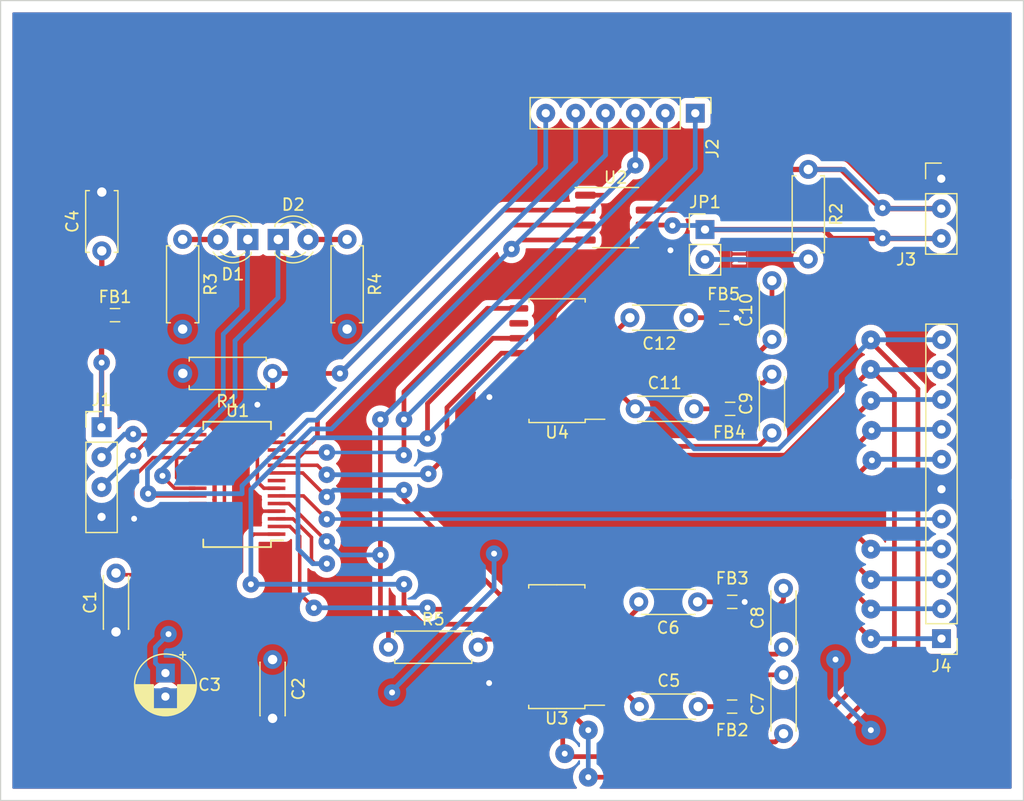
<source format=kicad_pcb>
(kicad_pcb (version 20221018) (generator pcbnew)
  (layers (0 "F.Cu" signal) (31 "B.Cu" signal) (34 "B.Paste" user) (35 "F.Paste" user) (36 "B.SilkS" user "B.Silkscreen") (37 "F.SilkS" user "F.Silkscreen") (38 "B.Mask" user) (39 "F.Mask" user) (44 "Edge.Cuts" user))
  (net 0 "")
  (net 1 "GND")
  (net 2 "Net-(U1-3V3OUT)")
  (net 3 "VCC")
  (net 4 "Net-(U3-C1+)")
  (net 5 "Net-(U3-C1-)")
  (net 6 "Net-(U3-C2+)")
  (net 7 "Net-(U3-C2-)")
  (net 8 "Net-(U4-C1+)")
  (net 9 "Net-(U4-C1-)")
  (net 10 "Net-(U4-C2+)")
  (net 11 "Net-(U4-C2-)")
  (net 12 "/U1-CBUS0")
  (net 13 "Net-(D1-A)")
  (net 14 "/U1-CBUS1")
  (net 15 "Net-(D2-A)")
  (net 16 "/U1_USB+")
  (net 17 "/U1_USB-")
  (net 18 "/U2_A")
  (net 19 "Net-(JP1-B)")
  (net 20 "/U1-CBUS3")
  (net 21 "/U2_B")
  (net 22 "/U1_TXD")
  (net 23 "/U1_DTR")
  (net 24 "/U1_RTS")
  (net 25 "/U1_RXD")
  (net 26 "/U1_RI")
  (net 27 "/U1_DSR")
  (net 28 "/U1_DCD")
  (net 29 "/U1_CTS")
  (net 30 "/U1-CBUS4")
  (net 31 "/U1-CBUS2")
  (net 32 "/U1_RESET")
  (net 33 "/U1_OSCI")
  (net 34 "/U1_OSCO")
  (net 35 "/U3_T2Out")
  (net 36 "/U3_R2In")
  (net 37 "/U3_R1In")
  (net 38 "/U3_T1Out")
  (net 39 "/U4_T2Out")
  (net 40 "/U4_R2In")
  (net 41 "/U4_R1In")
  (net 42 "/U4_T1Out")
  (net 43 "/U4_T2IN")
  (net 44 "+5V")
  (net 45 "/V+")
  (net 46 "/V-")
  (net 47 "Net-(C5-Pad2)")
  (net 48 "Net-(C6-Pad1)")
  (net 49 "Net-(C11-Pad2)")
  (net 50 "Net-(C12-Pad1)")
  (net 51 "Net-(U3-R1OUT)")
  (footprint "Inductor_SMD:L_0805_2012Metric" (layer "F.Cu") (at 122.239882 106.388772 180)
    (fp_text reference "FB2")
    (fp_text value "FerriteBead" hide)
  )
  (footprint "Capacitor_THT:C_Disc_D4.3mm_W1.9mm_P5.00mm" (layer "F.Cu") (at 125.626159 83.138772 90)
    (fp_text reference "C9")
    (fp_text value "1uF")
  )
  (footprint "Connector_PinHeader_2.54mm:PinHeader_1x02_P2.54mm_Vertical" (layer "F.Cu") (at 119.938889 65.846135)
    (fp_text reference "JP1")
    (fp_text value "LINK")
  )
  (footprint "Package_SO:SSOP-28_5.3x10.2mm_P0.65mm" (layer "F.Cu") (at 80.200125 87.506099 180)
    (fp_text reference "U1")
    (fp_text value "FT232RL")
  )
  (footprint "Package_SO:SOIC-16_4.55x10.3mm_P1.27mm" (layer "F.Cu") (at 107.352382 101.293772 180)
    (fp_text reference "U3")
    (fp_text value "MAX232")
  )
  (footprint "Inductor_SMD:L_0805_2012Metric" (layer "F.Cu") (at 122.248904 97.488772 180)
    (fp_text reference "FB3")
    (fp_text value "FerriteBead" hide)
  )
  (footprint "Resistor_THT:R_Axial_DIN0207_L6.3mm_D2.5mm_P7.62mm_Horizontal" (layer "F.Cu") (at 83.211404 78.074099 180)
    (fp_text reference "R1")
    (fp_text value "10K")
  )
  (footprint "Capacitor_THT:CP_Radial_D5.0mm_P2.00mm" (layer "F.Cu") (at 74.111404 103.538772 -90)
    (fp_text reference "C3")
    (fp_text value "4.7uF")
  )
  (footprint "Resistor_THT:R_Axial_DIN0207_L6.3mm_D2.5mm_P7.62mm_Horizontal" (layer "F.Cu") (at 93.051404 101.338772)
    (fp_text reference "R5")
    (fp_text value "10K")
  )
  (footprint "Connector_PinHeader_2.54mm:PinHeader_1x03_P2.54mm_Vertical" (layer "F.Cu") (at 140.004889 61.528135)
    (fp_text reference "J3")
    (fp_text value "R485")
  )
  (footprint "Package_SO:SO-8_3.9x4.9mm_P1.27mm" (layer "F.Cu") (at 112.353889 64.830135)
    (fp_text reference "U2")
    (fp_text value "MAX485E")
  )
  (footprint "Package_SO:SOIC-16_4.55x10.3mm_P1.27mm" (layer "F.Cu") (at 107.376159 76.990033 180)
    (fp_text reference "U4")
    (fp_text value "MAX232")
  )
  (footprint "Capacitor_THT:C_Disc_D4.3mm_W1.9mm_P5.00mm" (layer "F.Cu") (at 126.602382 101.338772 90)
    (fp_text reference "C8")
    (fp_text value "1uF")
  )
  (footprint "Capacitor_THT:C_Disc_D4.3mm_W1.9mm_P5.00mm" (layer "F.Cu") (at 69.911404 100.038772 90)
    (fp_text reference "C1")
    (fp_text value "100nF")
  )
  (footprint "Resistor_THT:R_Axial_DIN0207_L6.3mm_D2.5mm_P7.62mm_Horizontal" (layer "F.Cu") (at 75.574204 66.688772 -90)
    (fp_text reference "R3")
    (fp_text value "270R")
  )
  (footprint "Capacitor_THT:C_Disc_D4.3mm_W1.9mm_P5.00mm" (layer "F.Cu") (at 125.626159 75.188772 90)
    (fp_text reference "C10")
    (fp_text value "1uF")
  )
  (footprint "Inductor_SMD:L_0805_2012Metric" (layer "F.Cu") (at 121.580904 73.338772 180)
    (fp_text reference "FB5")
    (fp_text value "FerriteBead" hide)
  )
  (footprint "Capacitor_THT:C_Disc_D4.3mm_W1.9mm_P5.00mm" (layer "F.Cu") (at 118.561404 73.338772 180)
    (fp_text reference "C12")
    (fp_text value "1uF")
  )
  (footprint "Capacitor_THT:C_Disc_D4.3mm_W1.9mm_P5.00mm" (layer "F.Cu") (at 126.611404 108.688772 90)
    (fp_text reference "C7")
    (fp_text value "1uF")
  )
  (footprint "Connector_PinHeader_2.54mm:PinHeader_1x04_P2.54mm_Vertical" (layer "F.Cu") (at 68.687125 82.646099)
    (fp_text reference "J1")
    (fp_text value "USB")
  )
  (footprint "Resistor_THT:R_Axial_DIN0207_L6.3mm_D2.5mm_P7.62mm_Horizontal" (layer "F.Cu") (at 128.711404 60.738772 -90)
    (fp_text reference "R2")
    (fp_text value "120R")
  )
  (footprint "Capacitor_THT:C_Disc_D5.0mm_W2.5mm_P5.00mm" (layer "F.Cu") (at 68.707125 67.660099 90)
    (fp_text reference "C4")
    (fp_text value "10nF")
  )
  (footprint "Capacitor_THT:C_Disc_D4.3mm_W1.9mm_P5.00mm" (layer "F.Cu") (at 83.211404 102.388772 -90)
    (fp_text reference "C2")
    (fp_text value "100nF")
  )
  (footprint "Capacitor_THT:C_Disc_D4.3mm_W1.9mm_P5.00mm" (layer "F.Cu") (at 114.011404 81.085033)
    (fp_text reference "C11")
    (fp_text value "1uF")
  )
  (footprint "Resistor_THT:R_Axial_DIN0207_L6.3mm_D2.5mm_P7.62mm_Horizontal" (layer "F.Cu") (at 89.544204 66.688772 -90)
    (fp_text reference "R4")
    (fp_text value "270R")
  )
  (footprint "Inductor_SMD:L_0805_2012Metric" (layer "F.Cu") (at 69.830125 73.121099)
    (fp_text reference "FB1")
    (fp_text value "FerriteBead")
  )
  (footprint "Connector_PinHeader_2.54mm:PinHeader_1x11_P2.54mm_Vertical" (layer "F.Cu") (at 140.024452 100.612891 180)
    (fp_text reference "J4")
    (fp_text value "RS232")
  )
  (footprint "LED_THT:LED_D3.0mm" (layer "F.Cu") (at 83.697204 66.688772)
    (fp_text reference "D2")
    (fp_text value "RXLED")
  )
  (footprint "Capacitor_THT:C_Disc_D4.3mm_W1.9mm_P5.00mm" (layer "F.Cu") (at 119.311404 97.488772 180)
    (fp_text reference "C6")
    (fp_text value "1uF")
  )
  (footprint "Connector_PinHeader_2.54mm:PinHeader_1x06_P2.54mm_Vertical" (layer "F.Cu") (at 119.112853 55.960298 -90)
    (fp_text reference "J2")
    (fp_text value "UART interface")
  )
  (footprint "LED_THT:LED_D3.0mm" (layer "F.Cu") (at 81.111404 66.688772 180)
    (fp_text reference "D1")
    (fp_text value "TXLED")
  )
  (footprint "Inductor_SMD:L_0805_2012Metric" (layer "F.Cu") (at 122.073904 81.085033 180)
    (fp_text reference "FB4")
    (fp_text value "FerriteBead" hide)
  )
  (footprint "Capacitor_THT:C_Disc_D4.3mm_W1.9mm_P5.00mm" (layer "F.Cu") (at 114.361404 106.388772)
    (fp_text reference "C5")
    (fp_text value "1uF")
  )
  (gr_rect (start 60.111404 46.388772) (end 146.982865 114.369182) (stroke (width 0.1)) (fill none) (layer "Edge.Cuts"))
  (gr_text "CBUS3" (at 107.149603 54.282993 90) (layer "F.Cu" knockout) (effects (font (size 1.2 1.2) (thickness 0.1875)) (justify left bottom)))
  (gr_text "V-" (at 141.986196 78.371183) (layer "F.Cu" knockout) (effects (font (size 1.2 1.2) (thickness 0.1875)) (justify left bottom)))
  (gr_text "RXD" (at 142.012074 93.866636) (layer "F.Cu" knockout) (effects (font (size 1.2 1.2) (thickness 0.1875)) (justify left bottom)))
  (gr_text "USB+" (at 61.649903 85.934601) (layer "F.Cu" knockout) (effects (font (size 1.2 1.2) (thickness 0.1875)) (justify left bottom)))
  (gr_text "CTS" (at 117.291151 54.282993 90) (layer "F.Cu" knockout) (effects (font (size 1.2 1.2) (thickness 0.1875)) (justify left bottom)))
  (gr_text "GND" (at 142.033285 88.669782) (layer "F.Cu" knockout) (effects (font (size 1.2 1.2) (thickness 0.1875)) (justify left bottom)))
  (gr_text "V+" (at 141.978831 75.984872) (layer "F.Cu" knockout) (effects (font (size 1.2 1.2) (thickness 0.1875)) (justify left bottom)))
  (gr_text "GND" (at 63.015484 91.104777) (layer "F.Cu" knockout) (effects (font (size 1.2 1.2) (thickness 0.1875)) (justify left bottom)))
  (gr_text "DTR" (at 142.011109 98.887331) (layer "F.Cu" knockout) (effects (font (size 1.2 1.2) (thickness 0.1875)) (justify left bottom)))
  (gr_text "TXD" (at 112.291151 54.282993 90) (layer "F.Cu" knockout) (effects (font (size 1.2 1.2) (thickness 0.1875)) (justify left bottom)))
  (gr_text "A" (at 141.670485 67.373297) (layer "F.Cu" knockout) (effects (font (size 1.2 1.2) (thickness 0.1875)) (justify left bottom)))
  (gr_text "DSR" (at 142.026381 101.422547) (layer "F.Cu" knockout) (effects (font (size 1.2 1.2) (thickness 0.1875)) (justify left bottom)))
  (gr_text "B" (at 141.670485 64.746447) (layer "F.Cu" knockout) (effects (font (size 1.2 1.2) (thickness 0.1875)) (justify left bottom)))
  (gr_text "USB-" (at 61.657939 88.442715) (layer "F.Cu" knockout) (effects (font (size 1.2 1.2) (thickness 0.1875)) (justify left bottom)))
  (gr_text "RTS" (at 142.001468 86.028932) (layer "F.Cu" knockout) (effects (font (size 1.2 1.2) (thickness 0.1875)) (justify left bottom)))
  (gr_text "DCD" (at 141.906015 83.557775) (layer "F.Cu" knockout) (effects (font (size 1.2 1.2) (thickness 0.1875)) (justify left bottom)))
  (gr_text "RI" (at 141.980256 91.21518) (layer "F.Cu" knockout) (effects (font (size 1.2 1.2) (thickness 0.1875)) (justify left bottom)))
  (gr_text "CTS" (at 141.980256 80.938137) (layer "F.Cu" knockout) (effects (font (size 1.2 1.2) (thickness 0.1875)) (justify left bottom)))
  (gr_text "RTS" (at 119.940227 54.282993 90) (layer "F.Cu" knockout) (effects (font (size 1.2 1.2) (thickness 0.1875)) (justify left bottom)))
  (gr_text "RXD" (at 114.754754 54.282993 90) (layer "F.Cu" knockout) (effects (font (size 1.2 1.2) (thickness 0.1875)) (justify left bottom)))
  (gr_text "+5v" (at 63.073012 83.438647) (layer "F.Cu" knockout) (effects (font (size 1.2 1.2) (thickness 0.1875)) (justify left bottom)))
  (gr_text "LINK" (at 123.474402 70.376038 90) (layer "F.Cu" knockout) (effects (font (size 1 1) (thickness 0.1875)) (justify left bottom)))
  (gr_text "TXD" (at 141.980256 96.327188) (layer "F.Cu" knockout) (effects (font (size 1.2 1.2) (thickness 0.1875)) (justify left bottom)))
  (gr_text "CBUS0" (at 109.745909 54.282993 90) (layer "F.Cu" knockout) (effects (font (size 1.2 1.2) (thickness 0.1875)) (justify left bottom)))
  (gr_text "GND" (at 141.670485 62.318137) (layer "F.Cu" knockout) (effects (font (size 1.2 1.2) (thickness 0.1875)) (justify left bottom)))
  (segment (start 71.337325 86.950385) (end 71.337325 90.306612) (width 0.3) (layer "F.Cu") (net 1))
  (segment (start 68.687125 89.635288) (end 68.687125 90.266099) (width 0.3) (layer "F.Cu") (net 1))
  (segment (start 75.303252 87.181099) (end 75.061825 86.939672) (width 0.3) (layer "F.Cu") (net 1))
  (segment (start 73.056611 85.231099) (end 74.986325 85.231099) (width 0.3) (layer "F.Cu") (net 1))
  (segment (start 104.126159 80.165033) (end 101.706159 80.165033) (width 0.4) (layer "F.Cu") (net 1))
  (segment (start 73.970325 90.431099) (end 68.852125 90.431099) (width 0.3) (layer "F.Cu") (net 1))
  (segment (start 76.600125 89.781099) (end 74.620325 89.781099) (width 0.3) (layer "F.Cu") (net 1))
  (segment (start 76.600125 87.181099) (end 75.303252 87.181099) (width 0.3) (layer "F.Cu") (net 1))
  (segment (start 83.800125 87.831099) (end 82.475125 87.831099) (width 0.3) (layer "F.Cu") (net 1))
  (segment (start 68.687125 89.885099) (end 68.687125 90.266099) (width 0.45) (layer "F.Cu") (net 1))
  (segment (start 116.131889 66.735135) (end 117.004889 67.608135) (width 0.4) (layer "F.Cu") (net 1))
  (segment (start 101.706159 80.165033) (end 101.626159 80.085033) (width 0.4) (layer "F.Cu") (net 1))
  (segment (start 68.852125 90.431099) (end 68.687125 90.266099) (width 0.45) (layer "F.Cu") (net 1))
  (segment (start 75.061825 85.306599) (end 74.986325 85.231099) (width 0.3) (layer "F.Cu") (net 1))
  (segment (start 81.920525 87.276499) (end 81.920525 80.715699) (width 0.3) (layer "F.Cu") (net 1))
  (segment (start 104.102382 104.468772) (end 101.682382 104.468772) (width 0.4) (layer "F.Cu") (net 1))
  (segment (start 75.061825 86.939672) (end 75.061825 85.306599) (width 0.3) (layer "F.Cu") (net 1))
  (segment (start 76.600125 90.431099) (end 73.970325 90.431099) (width 0.3) (layer "F.Cu") (net 1))
  (segment (start 114.928889 66.735135) (end 116.131889 66.735135) (width 0.4) (layer "F.Cu") (net 1))
  (segment (start 82.475125 87.831099) (end 81.920525 87.276499) (width 0.3) (layer "F.Cu") (net 1))
  (segment (start 74.620325 89.781099) (end 73.970325 90.431099) (width 0.3) (layer "F.Cu") (net 1))
  (segment (start 71.337325 86.950385) (end 73.056611 85.231099) (width 0.3) (layer "F.Cu") (net 1))
  (segment (start 101.682382 104.468772) (end 101.602382 104.388772) (width 0.4) (layer "F.Cu") (net 1))
  (segment (start 71.337325 90.306612) (end 71.451466 90.420753) (width 0.3) (layer "F.Cu") (net 1))
  (segment (start 76.600125 85.231099) (end 74.986325 85.231099) (width 0.3) (layer "F.Cu") (net 1))
  (via (at 71.451466 90.420753) (size 1.4) (drill 0.5) (layers "F.Cu" "B.Cu") (net 1))
  (via (at 81.920525 80.732196) (size 1.4) (drill 0.5) (layers "F.Cu" "B.Cu") (net 1))
  (via (at 123.308279 97.493907) (size 1.6) (drill 0.5) (layers "F.Cu" "B.Cu") (net 1))
  (via (at 122.606735 73.358349) (size 1.4) (drill 0.5) (layers "F.Cu" "B.Cu") (net 1))
  (via (at 101.626159 80.085033) (size 1.4) (drill 0.5) (layers "F.Cu" "B.Cu") (net 1))
  (via (at 101.602382 104.388772) (size 1.6) (drill 0.5) (layers "F.Cu" "B.Cu") (net 1))
  (via (at 117.004889 67.608135) (size 1.4) (drill 0.5) (layers "F.Cu" "B.Cu") (net 1))
  (segment (start 71.451466 90.420753) (end 68.841779 90.420753) (width 0.4) (layer "B.Cu") (net 1))
  (segment (start 68.841779 90.420753) (end 68.687125 90.266099) (width 0.4) (layer "B.Cu") (net 1))
  (segment (start 78.201325 95.182899) (end 79.120925 94.263299) (width 0.3) (layer "F.Cu") (net 2))
  (segment (start 69.911404 95.038772) (end 70.055531 95.182899) (width 0.3) (layer "F.Cu") (net 2))
  (segment (start 70.055531 95.182899) (end 78.201325 95.182899) (width 0.3) (layer "F.Cu") (net 2))
  (segment (start 79.120925 94.263299) (end 79.120925 84.581099) (width 0.3) (layer "F.Cu") (net 2))
  (segment (start 79.120925 84.581099) (end 76.850125 84.581099) (width 0.3) (layer "F.Cu") (net 2))
  (segment (start 83.800125 89.781099) (end 81.361725 89.781099) (width 0.3) (layer "F.Cu") (net 3))
  (segment (start 76.600125 86.531099) (end 78.070925 86.531099) (width 0.3) (layer "F.Cu") (net 3))
  (via (at 74.373501 100.229307) (size 1.4) (drill 0.5) (layers "F.Cu" "B.Cu") (net 3))
  (via (at 93.361404 105.188772) (size 1.4) (drill 0.5) (layers "F.Cu" "B.Cu") (net 3))
  (via (at 131.024452 102.388772) (size 1.6) (drill 0.5) (layers "F.Cu" "B.Cu") (net 3))
  (via (at 134.024452 108.388772) (size 1.6) (drill 0.5) (layers "F.Cu" "B.Cu") (net 3))
  (via (at 102.024452 93.388772) (size 1.4) (drill 0.5) (layers "F.Cu" "B.Cu") (net 3))
  (segment (start 73.264036 102.691404) (end 74.111404 103.538772) (width 0.4) (layer "B.Cu") (net 3))
  (segment (start 102.024452 96.388772) (end 102.024452 93.388772) (width 0.4) (layer "B.Cu") (net 3))
  (segment (start 93.361404 105.05182) (end 102.024452 96.388772) (width 0.4) (layer "B.Cu") (net 3))
  (segment (start 74.373501 100.229307) (end 73.264036 101.338772) (width 0.4) (layer "B.Cu") (net 3))
  (segment (start 93.361404 105.188772) (end 93.361404 105.05182) (width 0.4) (layer "B.Cu") (net 3))
  (segment (start 131.024452 105.388772) (end 134.024452 108.388772) (width 0.4) (layer "B.Cu") (net 3))
  (segment (start 73.264036 101.338772) (end 73.264036 102.691404) (width 0.4) (layer "B.Cu") (net 3))
  (segment (start 131.024452 102.388772) (end 131.024452 105.388772) (width 0.4) (layer "B.Cu") (net 3))
  (segment (start 125.911404 109.388772) (end 126.611404 108.688772) (width 0.4) (layer "F.Cu") (net 4))
  (segment (start 110.602382 105.738772) (end 114.252382 109.388772) (width 0.4) (layer "F.Cu") (net 4))
  (segment (start 114.252382 109.388772) (end 125.911404 109.388772) (width 0.4) (layer "F.Cu") (net 4))
  (segment (start 110.602382 103.198772) (end 124.271404 103.198772) (width 0.4) (layer "F.Cu") (net 5))
  (segment (start 124.271404 103.198772) (end 124.761404 103.688772) (width 0.4) (layer "F.Cu") (net 5))
  (segment (start 124.761404 103.688772) (end 126.611404 103.688772) (width 0.4) (layer "F.Cu") (net 5))
  (segment (start 110.682382 103.118772) (end 110.602382 103.198772) (width 0.4) (layer "F.Cu") (net 5))
  (segment (start 126.012382 101.928772) (end 126.602382 101.338772) (width 0.4) (layer "F.Cu") (net 6))
  (segment (start 110.602382 101.928772) (end 126.012382 101.928772) (width 0.4) (layer "F.Cu") (net 6))
  (segment (start 110.602382 100.658772) (end 123.332382 100.658772) (width 0.4) (layer "F.Cu") (net 7))
  (segment (start 123.332382 100.658772) (end 126.602382 97.388772) (width 0.4) (layer "F.Cu") (net 7))
  (segment (start 126.602382 97.388772) (end 126.602382 96.338772) (width 0.4) (layer "F.Cu") (net 7))
  (segment (start 112.126159 81.435033) (end 114.966081 84.274955) (width 0.4) (layer "F.Cu") (net 8))
  (segment (start 110.626159 81.435033) (end 112.126159 81.435033) (width 0.4) (layer "F.Cu") (net 8))
  (segment (start 124.489976 84.274955) (end 125.626159 83.138772) (width 0.4) (layer "F.Cu") (net 8))
  (segment (start 114.966081 84.274955) (end 124.489976 84.274955) (width 0.4) (layer "F.Cu") (net 8))
  (segment (start 125.626159 78.138772) (end 124.869898 78.895033) (width 0.4) (layer "F.Cu") (net 9))
  (segment (start 124.869898 78.895033) (end 110.626159 78.895033) (width 0.4) (layer "F.Cu") (net 9))
  (segment (start 123.189898 77.625033) (end 110.626159 77.625033) (width 0.4) (layer "F.Cu") (net 10))
  (segment (start 125.626159 75.188772) (end 123.189898 77.625033) (width 0.4) (layer "F.Cu") (net 10))
  (segment (start 121.377818 76.355033) (end 110.626159 76.355033) (width 0.4) (layer "F.Cu") (net 11))
  (segment (start 125.626159 70.188772) (end 125.626159 72.106692) (width 0.4) (layer "F.Cu") (net 11))
  (segment (start 125.626159 72.106692) (end 121.377818 76.355033) (width 0.4) (layer "F.Cu") (net 11))
  (segment (start 72.859133 88.481099) (end 76.850125 88.481099) (width 0.3) (layer "F.Cu") (net 12))
  (segment (start 72.670925 88.292891) (end 72.859133 88.481099) (width 0.3) (layer "F.Cu") (net 12))
  (segment (start 72.649043 88.292891) (end 72.670925 88.292891) (width 0.45) (layer "F.Cu") (net 12))
  (via (at 72.649043 88.292891) (size 1.4) (drill 0.5) (layers "F.Cu" "B.Cu") (net 12))
  (segment (start 80.620925 87.621571) (end 80.620925 88.292891) (width 0.4) (layer "B.Cu") (net 12))
  (segment (start 86.199605 82.042891) (end 80.620925 87.621571) (width 0.4) (layer "B.Cu") (net 12))
  (segment (start 79.024452 74.739364) (end 81.082325 72.681491) (width 0.4) (layer "B.Cu") (net 12))
  (segment (start 72.649043 88.292891) (end 72.586825 88.230673) (width 0.4) (layer "B.Cu") (net 12))
  (segment (start 80.620925 88.292891) (end 72.649043 88.292891) (width 0.4) (layer "B.Cu") (net 12))
  (segment (start 72.586825 88.230673) (end 72.586825 86.248176) (width 0.4) (layer "B.Cu") (net 12))
  (segment (start 108.952853 60.052709) (end 86.962671 82.042891) (width 0.4) (layer "B.Cu") (net 12))
  (segment (start 108.952853 55.960298) (end 108.952853 60.052709) (width 0.4) (layer "B.Cu") (net 12))
  (segment (start 86.962671 82.042891) (end 86.199605 82.042891) (width 0.4) (layer "B.Cu") (net 12))
  (segment (start 81.082325 66.717851) (end 81.111404 66.688772) (width 0.4) (layer "B.Cu") (net 12))
  (segment (start 79.024452 79.810549) (end 79.024452 74.739364) (width 0.4) (layer "B.Cu") (net 12))
  (segment (start 72.586825 86.248176) (end 79.024452 79.810549) (width 0.4) (layer "B.Cu") (net 12))
  (segment (start 81.082325 72.681491) (end 81.082325 66.717851) (width 0.4) (layer "B.Cu") (net 12))
  (segment (start 75.574204 66.688772) (end 78.571404 66.688772) (width 0.45) (layer "F.Cu") (net 13))
  (segment (start 74.883125 87.831099) (end 76.600125 87.831099) (width 0.3) (layer "F.Cu") (net 14))
  (segment (start 73.861825 86.776299) (end 73.861825 86.809799) (width 0.45) (layer "F.Cu") (net 14))
  (segment (start 73.861825 86.809799) (end 74.883125 87.831099) (width 0.3) (layer "F.Cu") (net 14))
  (via (at 73.861825 86.776299) (size 1.4) (drill 0.5) (layers "F.Cu" "B.Cu") (net 14))
  (segment (start 83.668125 71.645395) (end 83.668125 66.717851) (width 0.4) (layer "B.Cu") (net 14))
  (segment (start 73.861825 86.776299) (end 73.861825 86.201991) (width 0.4) (layer "B.Cu") (net 14))
  (segment (start 80.024452 75.289068) (end 83.668125 71.645395) (width 0.4) (layer "B.Cu") (net 14))
  (segment (start 83.668125 66.717851) (end 83.697204 66.688772) (width 0.4) (layer "B.Cu") (net 14))
  (segment (start 73.861825 86.201991) (end 80.024452 80.039364) (width 0.4) (layer "B.Cu") (net 14))
  (segment (start 80.024452 80.039364) (end 80.024452 75.289068) (width 0.4) (layer "B.Cu") (net 14))
  (segment (start 89.544204 66.688772) (end 86.237204 66.688772) (width 0.45) (layer "F.Cu") (net 15))
  (segment (start 70.592125 83.281099) (end 68.687125 85.186099) (width 0.3) (layer "F.Cu") (net 16))
  (segment (start 76.600125 83.281099) (end 70.592125 83.281099) (width 0.3) (layer "F.Cu") (net 16))
  (segment (start 69.093525 85.186099) (end 68.687125 85.186099) (width 0.45) (layer "F.Cu") (net 16))
  (via (at 71.373501 83.229307) (size 1.4) (drill 0.5) (layers "F.Cu" "B.Cu") (net 16))
  (segment (start 71.373501 83.229307) (end 70.643917 83.229307) (width 0.4) (layer "B.Cu") (net 16))
  (segment (start 70.643917 83.229307) (end 68.687125 85.186099) (width 0.4) (layer "B.Cu") (net 16))
  (segment (start 68.687125 87.675299) (end 68.687125 87.726099) (width 0.45) (layer "F.Cu") (net 17))
  (segment (start 72.431325 83.931099) (end 68.687125 87.675299) (width 0.3) (layer "F.Cu") (net 17))
  (segment (start 76.600125 83.931099) (end 72.431325 83.931099) (width 0.3) (layer "F.Cu") (net 17))
  (via (at 71.36666 85.051445) (size 1.4) (drill 0.5) (layers "F.Cu" "B.Cu") (net 17))
  (segment (start 71.36666 85.051445) (end 71.361779 85.051445) (width 0.4) (layer "B.Cu") (net 17))
  (segment (start 71.361779 85.051445) (end 68.687125 87.726099) (width 0.4) (layer "B.Cu") (net 17))
  (segment (start 114.928889 65.465135) (end 117.139689 65.465135) (width 0.4) (layer "F.Cu") (net 18))
  (segment (start 129.997289 65.846135) (end 119.938889 65.846135) (width 0.45) (layer "F.Cu") (net 18))
  (segment (start 130.759289 66.608135) (end 129.997289 65.846135) (width 0.45) (layer "F.Cu") (net 18))
  (segment (start 117.139689 65.465135) (end 117.176859 65.502305) (width 0.4) (layer "F.Cu") (net 18))
  (segment (start 139.446089 66.608135) (end 130.759289 66.608135) (width 0.45) (layer "F.Cu") (net 18))
  (via (at 135.021146 66.573578) (size 1.4) (drill 0.5) (layers "F.Cu" "B.Cu") (net 18))
  (via (at 117.176859 65.502305) (size 1.4) (drill 0.5) (layers "F.Cu" "B.Cu") (net 18))
  (segment (start 117.176859 65.502305) (end 119.595059 65.502305) (width 0.4) (layer "B.Cu") (net 18))
  (segment (start 119.938889 65.846135) (end 134.293703 65.846135) (width 0.4) (layer "B.Cu") (net 18))
  (segment (start 119.595059 65.502305) (end 119.938889 65.846135) (width 0.4) (layer "B.Cu") (net 18))
  (segment (start 135.055703 66.608135) (end 140.004889 66.608135) (width 0.4) (layer "B.Cu") (net 18))
  (segment (start 134.293703 65.846135) (end 135.021146 66.573578) (width 0.4) (layer "B.Cu") (net 18))
  (segment (start 135.021146 66.573578) (end 135.055703 66.608135) (width 0.4) (layer "B.Cu") (net 18))
  (segment (start 128.684041 68.386135) (end 128.711404 68.358772) (width 0.4) (layer "B.Cu") (net 19))
  (segment (start 119.938889 68.386135) (end 128.684041 68.386135) (width 0.4) (layer "B.Cu") (net 19))
  (segment (start 88.931463 78.074099) (end 83.211404 78.074099) (width 0.4) (layer "F.Cu") (net 20))
  (segment (start 83.550125 79.729099) (end 83.550125 83.281099) (width 0.3) (layer "F.Cu") (net 20))
  (segment (start 83.211404 79.390378) (end 83.550125 79.729099) (width 0.4) (layer "F.Cu") (net 20))
  (segment (start 88.931463 78.074099) (end 102.810427 64.195135) (width 0.4) (layer "F.Cu") (net 20))
  (segment (start 83.211404 78.074099) (end 83.211404 79.390378) (width 0.4) (layer "F.Cu") (net 20))
  (segment (start 102.810427 64.195135) (end 109.778889 64.195135) (width 0.4) (layer "F.Cu") (net 20))
  (via (at 88.931463 78.074099) (size 1.4) (drill 0.5) (layers "F.Cu" "B.Cu") (net 20))
  (segment (start 106.412853 60.592709) (end 106.412853 55.960298) (width 0.4) (layer "B.Cu") (net 20))
  (segment (start 88.931463 78.074099) (end 106.412853 60.592709) (width 0.4) (layer "B.Cu") (net 20))
  (segment (start 131.511404 60.738772) (end 134.840767 64.068135) (width 0.45) (layer "F.Cu") (net 21))
  (segment (start 124.030252 60.738772) (end 131.511404 60.738772) (width 0.45) (layer "F.Cu") (net 21))
  (segment (start 120.578097 64.190927) (end 124.030252 60.738772) (width 0.45) (layer "F.Cu") (net 21))
  (segment (start 114.933097 64.190927) (end 120.578097 64.190927) (width 0.45) (layer "F.Cu") (net 21))
  (segment (start 134.840767 64.068135) (end 139.446089 64.068135) (width 0.45) (layer "F.Cu") (net 21))
  (segment (start 114.928889 64.195135) (end 114.933097 64.190927) (width 0.45) (layer "F.Cu") (net 21))
  (via (at 135.017314 64.004551) (size 1.4) (drill 0.5) (layers "F.Cu" "B.Cu") (net 21))
  (segment (start 135.080898 64.068135) (end 140.004889 64.068135) (width 0.4) (layer "B.Cu") (net 21))
  (segment (start 135.017314 64.004551) (end 131.751535 60.738772) (width 0.4) (layer "B.Cu") (net 21))
  (segment (start 135.017314 64.004551) (end 135.080898 64.068135) (width 0.4) (layer "B.Cu") (net 21))
  (segment (start 131.751535 60.738772) (end 128.711404 60.738772) (width 0.4) (layer "B.Cu") (net 21))
  (segment (start 81.370925 95.992891) (end 81.370925 91.992891) (width 0.3) (layer "F.Cu") (net 22))
  (segment (start 94.370925 97.760658) (end 94.370925 95.992891) (width 0.4) (layer "F.Cu") (net 22))
  (segment (start 95.999039 99.388772) (end 94.370925 97.760658) (width 0.4) (layer "F.Cu") (net 22))
  (segment (start 103.504645 67.500917) (end 104.270427 66.735135) (width 0.4) (layer "F.Cu") (net 22))
  (segment (start 81.632717 91.731099) (end 83.800125 91.731099) (width 0.3) (layer "F.Cu") (net 22))
  (segment (start 104.102382 99.388772) (end 95.999039 99.388772) (width 0.4) (layer "F.Cu") (net 22))
  (segment (start 81.370925 91.992891) (end 81.632717 91.731099) (width 0.3) (layer "F.Cu") (net 22))
  (segment (start 104.270427 66.735135) (end 109.778889 66.735135) (width 0.4) (layer "F.Cu") (net 22))
  (via (at 81.370925 95.992891) (size 1.4) (drill 0.5) (layers "F.Cu" "B.Cu") (net 22))
  (via (at 103.504645 67.500917) (size 1.4) (drill 0.5) (layers "F.Cu" "B.Cu") (net 22))
  (via (at 94.370925 95.992891) (size 1.4) (drill 0.5) (layers "F.Cu" "B.Cu") (net 22))
  (segment (start 103.504645 67.500917) (end 111.492853 59.512709) (width 0.4) (layer "B.Cu") (net 22))
  (segment (start 111.492853 59.512709) (end 111.492853 55.960298) (width 0.4) (layer "B.Cu") (net 22))
  (segment (start 88.212671 82.792891) (end 86.510265 82.792891) (width 0.4) (layer "B.Cu") (net 22))
  (segment (start 94.370925 95.992891) (end 81.370925 95.992891) (width 0.4) (layer "B.Cu") (net 22))
  (segment (start 103.504645 67.500917) (end 88.212671 82.792891) (width 0.4) (layer "B.Cu") (net 22))
  (segment (start 86.510265 82.792891) (end 81.370925 87.932231) (width 0.4) (layer "B.Cu") (net 22))
  (segment (start 81.370925 87.932231) (end 81.370925 95.992891) (width 0.4) (layer "B.Cu") (net 22))
  (segment (start 86.721125 97.992891) (end 85.515125 96.786891) (width 0.3) (layer "F.Cu") (net 23))
  (segment (start 96.496806 98.118772) (end 96.370925 97.992891) (width 0.4) (layer "F.Cu") (net 23))
  (segment (start 85.515125 91.921098) (end 84.675126 91.081099) (width 0.3) (layer "F.Cu") (net 23))
  (segment (start 85.515125 96.786891) (end 85.515125 91.921098) (width 0.3) (layer "F.Cu") (net 23))
  (segment (start 104.102382 98.118772) (end 96.496806 98.118772) (width 0.4) (layer "F.Cu") (net 23))
  (segment (start 84.675126 91.081099) (end 83.800125 91.081099) (width 0.3) (layer "F.Cu") (net 23))
  (via (at 96.370925 97.992891) (size 1.4) (drill 0.5) (layers "F.Cu" "B.Cu") (net 23))
  (via (at 86.721125 97.992891) (size 1.4) (drill 0.5) (layers "F.Cu" "B.Cu") (net 23))
  (segment (start 96.370925 97.992891) (end 86.721125 97.992891) (width 0.4) (layer "B.Cu") (net 23))
  (segment (start 84.944364 90.431099) (end 83.550125 90.431099) (width 0.3) (layer "F.Cu") (net 24))
  (segment (start 86.515125 93.937091) (end 86.515125 92.00186) (width 0.3) (layer "F.Cu") (net 24))
  (segment (start 87.870925 94.242891) (end 86.820925 94.242891) (width 0.3) (layer "F.Cu") (net 24))
  (segment (start 86.820925 94.242891) (end 86.515125 93.937091) (width 0.3) (layer "F.Cu") (net 24))
  (segment (start 86.515125 92.00186) (end 84.944364 90.431099) (width 0.3) (layer "F.Cu") (net 24))
  (segment (start 104.126159 75.085033) (end 101.920529 75.085033) (width 0.4) (layer "F.Cu") (net 24))
  (segment (start 96.370925 80.634637) (end 96.370925 83.593391) (width 0.4) (layer "F.Cu") (net 24))
  (segment (start 101.920529 75.085033) (end 96.370925 80.634637) (width 0.4) (layer "F.Cu") (net 24))
  (via (at 96.370925 83.593391) (size 1.4) (drill 0.5) (layers "F.Cu" "B.Cu") (net 24))
  (via (at 87.817571 94.242891) (size 1.4) (drill 0.5) (layers "F.Cu" "B.Cu") (net 24))
  (segment (start 85.370925 84.992891) (end 85.370925 92.992891) (width 0.4) (layer "B.Cu") (net 24))
  (segment (start 85.370925 92.992891) (end 86.620925 94.242891) (width 0.4) (layer "B.Cu") (net 24))
  (segment (start 119.112853 60.625269) (end 96.370925 83.367197) (width 0.4) (layer "B.Cu") (net 24))
  (segment (start 96.370925 83.367197) (end 96.370925 83.593391) (width 0.4) (layer "B.Cu") (net 24))
  (segment (start 96.320425 83.542891) (end 86.820925 83.542891) (width 0.4) (layer "B.Cu") (net 24))
  (segment (start 119.112853 55.960298) (end 119.112853 60.625269) (width 0.4) (layer "B.Cu") (net 24))
  (segment (start 86.620925 94.242891) (end 87.817571 94.242891) (width 0.4) (layer "B.Cu") (net 24))
  (segment (start 96.370925 83.593391) (end 96.320425 83.542891) (width 0.4) (layer "B.Cu") (net 24))
  (segment (start 86.820925 83.542891) (end 85.370925 84.992891) (width 0.4) (layer "B.Cu") (net 24))
  (segment (start 111.488089 62.925135) (end 114.024452 60.388772) (width 0.4) (layer "F.Cu") (net 25))
  (segment (start 87.867401 92.492891) (end 87.867401 92.402721) (width 0.3) (layer "F.Cu") (net 25))
  (segment (start 93.051404 99.978772) (end 92.370925 99.298293) (width 0.4) (layer "F.Cu") (net 25))
  (segment (start 92.370925 81.992891) (end 92.370925 93.499948) (width 0.4) (layer "F.Cu") (net 25))
  (segment (start 84.595779 89.131099) (end 83.800125 89.131099) (width 0.3) (layer "F.Cu") (net 25))
  (segment (start 109.778889 62.925135) (end 111.488089 62.925135) (width 0.4) (layer "F.Cu") (net 25))
  (segment (start 92.370925 99.298293) (end 92.370925 93.499948) (width 0.4) (layer "F.Cu") (net 25))
  (segment (start 87.867401 92.402721) (end 84.595779 89.131099) (width 0.3) (layer "F.Cu") (net 25))
  (segment (start 93.051404 101.338772) (end 93.051404 99.978772) (width 0.4) (layer "F.Cu") (net 25))
  (via (at 87.817571 92.352891) (size 1.4) (drill 0.5) (layers "F.Cu" "B.Cu") (net 25))
  (via (at 114.024452 60.388772) (size 1.4) (drill 0.5) (layers "F.Cu" "B.Cu") (net 25))
  (via (at 92.370925 81.992891) (size 1.4) (drill 0.5) (layers "F.Cu" "B.Cu") (net 25))
  (via (at 92.370925 93.499948) (size 1.4) (drill 0.5) (layers "F.Cu" "B.Cu") (net 25))
  (segment (start 92.420333 81.992891) (end 114.024452 60.388772) (width 0.4) (layer "B.Cu") (net 25))
  (segment (start 88.964628 93.499948) (end 87.817571 92.352891) (width 0.4) (layer "B.Cu") (net 25))
  (segment (start 114.032853 60.380371) (end 114.024452 60.388772) (width 0.4) (layer "B.Cu") (net 25))
  (segment (start 92.370925 81.992891) (end 92.420333 81.992891) (width 0.4) (layer "B.Cu") (net 25))
  (segment (start 114.032853 55.960298) (end 114.032853 60.380371) (width 0.4) (layer "B.Cu") (net 25))
  (segment (start 92.370925 93.499948) (end 88.964628 93.499948) (width 0.4) (layer "B.Cu") (net 25))
  (segment (start 87.817571 90.462891) (end 85.835779 88.481099) (width 0.3) (layer "F.Cu") (net 26))
  (segment (start 85.835779 88.481099) (end 83.800125 88.481099) (width 0.3) (layer "F.Cu") (net 26))
  (via (at 87.817571 90.462891) (size 1.4) (drill 0.5) (layers "F.Cu" "B.Cu") (net 26))
  (segment (start 87.817571 90.462891) (end 87.827571 90.452891) (width 0.3) (layer "B.Cu") (net 26))
  (segment (start 87.827571 90.452891) (end 140.024452 90.452891) (width 0.3) (layer "B.Cu") (net 26))
  (segment (start 87.817571 88.572891) (end 85.775779 86.531099) (width 0.3) (layer "F.Cu") (net 27))
  (segment (start 94.370925 88.735245) (end 94.370925 87.992891) (width 0.4) (layer "F.Cu") (net 27))
  (segment (start 85.775779 86.531099) (end 83.800125 86.531099) (width 0.3) (layer "F.Cu") (net 27))
  (segment (start 104.102382 96.848772) (end 102.484452 96.848772) (width 0.4) (layer "F.Cu") (net 27))
  (segment (start 102.484452 96.848772) (end 94.370925 88.735245) (width 0.4) (layer "F.Cu") (net 27))
  (via (at 94.370925 87.992891) (size 1.4) (drill 0.5) (layers "F.Cu" "B.Cu") (net 27))
  (via (at 87.817571 88.572891) (size 1.4) (drill 0.5) (layers "F.Cu" "B.Cu") (net 27))
  (segment (start 94.370925 87.992891) (end 88.397571 87.992891) (width 0.4) (layer "B.Cu") (net 27))
  (segment (start 88.397571 87.992891) (end 87.817571 88.572891) (width 0.4) (layer "B.Cu") (net 27))
  (segment (start 87.817571 86.682891) (end 87.015779 85.881099) (width 0.3) (layer "F.Cu") (net 28))
  (segment (start 102.650529 76.355033) (end 98.024452 80.98111) (width 0.4) (layer "F.Cu") (net 28))
  (segment (start 98.024452 85.020363) (end 96.438184 86.606631) (width 0.4) (layer "F.Cu") (net 28))
  (segment (start 98.024452 80.98111) (end 98.024452 85.020363) (width 0.4) (layer "F.Cu") (net 28))
  (segment (start 87.015779 85.881099) (end 83.800125 85.881099) (width 0.3) (layer "F.Cu") (net 28))
  (segment (start 104.126159 76.355033) (end 102.650529 76.355033) (width 0.4) (layer "F.Cu") (net 28))
  (via (at 96.438184 86.606631) (size 1.4) (drill 0.5) (layers "F.Cu" "B.Cu") (net 28))
  (via (at 87.817571 86.682891) (size 1.4) (drill 0.5) (layers "F.Cu" "B.Cu") (net 28))
  (segment (start 96.438184 86.606631) (end 96.361924 86.682891) (width 0.4) (layer "B.Cu") (net 28))
  (segment (start 96.361924 86.682891) (end 87.817571 86.682891) (width 0.4) (layer "B.Cu") (net 28))
  (segment (start 101.460529 72.545033) (end 94.370925 79.634637) (width 0.4) (layer "F.Cu") (net 29))
  (segment (start 85.874572 84.792891) (end 85.436364 85.231099) (width 0.3) (layer "F.Cu") (net 29))
  (segment (start 85.436364 85.231099) (end 83.800125 85.231099) (width 0.3) (layer "F.Cu") (net 29))
  (segment (start 94.370925 79.634637) (end 94.370925 81.992891) (width 0.4) (layer "F.Cu") (net 29))
  (segment (start 94.370925 81.992891) (end 94.370925 84.99973) (width 0.4) (layer "F.Cu") (net 29))
  (segment (start 87.817571 84.792891) (end 85.874572 84.792891) (width 0.3) (layer "F.Cu") (net 29))
  (segment (start 94.370925 84.99973) (end 94.353807 85.016848) (width 0.4) (layer "F.Cu") (net 29))
  (segment (start 104.126159 72.545033) (end 101.460529 72.545033) (width 0.4) (layer "F.Cu") (net 29))
  (via (at 94.353807 85.016848) (size 1.4) (drill 0.5) (layers "F.Cu" "B.Cu") (net 29))
  (via (at 87.817571 84.792891) (size 1.4) (drill 0.5) (layers "F.Cu" "B.Cu") (net 29))
  (via (at 94.370925 81.992891) (size 1.4) (drill 0.5) (layers "F.Cu" "B.Cu") (net 29))
  (segment (start 116.572853 55.960298) (end 116.572853 59.790963) (width 0.4) (layer "B.Cu") (net 29))
  (segment (start 94.12985 84.792891) (end 87.817571 84.792891) (width 0.3) (layer "B.Cu") (net 29))
  (segment (start 116.572853 59.790963) (end 94.370925 81.992891) (width 0.4) (layer "B.Cu") (net 29))
  (segment (start 94.353807 85.016848) (end 94.12985 84.792891) (width 0.3) (layer "B.Cu") (net 29))
  (segment (start 109.778889 65.465135) (end 103.540427 65.465135) (width 0.4) (layer "F.Cu") (net 31))
  (segment (start 103.540427 65.465135) (end 87.024452 81.98111) (width 0.4) (layer "F.Cu") (net 31))
  (segment (start 87.024452 83.388772) (end 86.482125 83.931099) (width 0.4) (layer "F.Cu") (net 31))
  (segment (start 87.024452 81.98111) (end 87.024452 83.388772) (width 0.4) (layer "F.Cu") (net 31))
  (segment (start 86.482125 83.931099) (end 83.550125 83.931099) (width 0.3) (layer "F.Cu") (net 31))
  (segment (start 108.774452 93.638772) (end 108.024452 94.388772) (width 0.4) (layer "F.Cu") (net 35))
  (segment (start 134.024452 98.098191) (end 129.565033 93.638772) (width 0.4) (layer "F.Cu") (net 35))
  (segment (start 108.024452 94.388772) (end 108.024452 97.388772) (width 0.4) (layer "F.Cu") (net 35))
  (segment (start 108.024452 97.388772) (end 108.754452 98.118772) (width 0.4) (layer "F.Cu") (net 35))
  (segment (start 129.565033 93.638772) (end 108.774452 93.638772) (width 0.4) (layer "F.Cu") (net 35))
  (segment (start 108.754452 98.118772) (end 110.602382 98.118772) (width 0.4) (layer "F.Cu") (net 35))
  (via (at 134.024452 98.098191) (size 1.6) (drill 0.5) (layers "F.Cu" "B.Cu") (net 35))
  (segment (start 134.024452 98.098191) (end 134.049752 98.072891) (width 0.4) (layer "B.Cu") (net 35))
  (segment (start 134.049752 98.072891) (end 140.024452 98.072891) (width 0.4) (layer "B.Cu") (net 35))
  (segment (start 111.564452 96.848772) (end 110.602382 96.848772) (width 0.4) (layer "F.Cu") (net 36))
  (segment (start 127.796271 94.388772) (end 114.024452 94.388772) (width 0.4) (layer "F.Cu") (net 36))
  (segment (start 114.024452 94.388772) (end 111.564452 96.848772) (width 0.4) (layer "F.Cu") (net 36))
  (segment (start 134.024452 100.616953) (end 127.796271 94.388772) (width 0.4) (layer "F.Cu") (net 36))
  (via (at 134.024452 100.616953) (size 1.6) (drill 0.5) (layers "F.Cu" "B.Cu") (net 36))
  (segment (start 134.024452 100.616953) (end 134.028514 100.612891) (width 0.4) (layer "B.Cu") (net 36))
  (segment (start 134.028514 100.612891) (end 140.024452 100.612891) (width 0.4) (layer "B.Cu") (net 36))
  (segment (start 108.153132 92.138772) (end 106.024452 94.267452) (width 0.4) (layer "F.Cu") (net 37))
  (segment (start 133.150544 92.138772) (end 108.153132 92.138772) (width 0.4) (layer "F.Cu") (net 37))
  (segment (start 106.024452 94.267452) (end 106.024452 101.388772) (width 0.4) (layer "F.Cu") (net 37))
  (segment (start 105.484452 101.928772) (end 104.102382 101.928772) (width 0.4) (layer "F.Cu") (net 37))
  (segment (start 106.024452 101.388772) (end 105.484452 101.928772) (width 0.4) (layer "F.Cu") (net 37))
  (segment (start 134.024452 93.01268) (end 133.150544 92.138772) (width 0.4) (layer "F.Cu") (net 37))
  (via (at 134.024452 93.01268) (size 1.6) (drill 0.5) (layers "F.Cu" "B.Cu") (net 37))
  (segment (start 134.024452 93.01268) (end 134.044241 92.992891) (width 0.4) (layer "B.Cu") (net 37))
  (segment (start 134.044241 92.992891) (end 140.024452 92.992891) (width 0.4) (layer "B.Cu") (net 37))
  (segment (start 108.463792 92.888772) (end 107.024452 94.328112) (width 0.4) (layer "F.Cu") (net 38))
  (segment (start 107.024452 102.388772) (end 106.214452 103.198772) (width 0.4) (layer "F.Cu") (net 38))
  (segment (start 131.309876 92.888772) (end 108.463792 92.888772) (width 0.4) (layer "F.Cu") (net 38))
  (segment (start 106.214452 103.198772) (end 104.102382 103.198772) (width 0.4) (layer "F.Cu") (net 38))
  (segment (start 134.024452 95.603348) (end 131.309876 92.888772) (width 0.4) (layer "F.Cu") (net 38))
  (segment (start 107.024452 94.328112) (end 107.024452 102.388772) (width 0.4) (layer "F.Cu") (net 38))
  (via (at 134.024452 95.603348) (size 1.6) (drill 0.5) (layers "F.Cu" "B.Cu") (net 38))
  (segment (start 134.094909 95.532891) (end 140.024452 95.532891) (width 0.4) (layer "B.Cu") (net 38))
  (segment (start 134.024452 95.603348) (end 134.094909 95.532891) (width 0.4) (layer "B.Cu") (net 38))
  (segment (start 134.024452 80.388772) (end 127.524452 86.888772) (width 0.4) (layer "F.Cu") (net 40))
  (segment (start 108.868191 72.545033) (end 110.626159 72.545033) (width 0.4) (layer "F.Cu") (net 40))
  (segment (start 127.524452 86.888772) (end 108.524452 86.888772) (width 0.4) (layer "F.Cu") (net 40))
  (segment (start 108.024452 73.388772) (end 108.868191 72.545033) (width 0.4) (layer "F.Cu") (net 40))
  (segment (start 108.524452 86.888772) (end 108.024452 86.388772) (width 0.4) (layer "F.Cu") (net 40))
  (segment (start 108.024452 86.388772) (end 108.024452 73.388772) (width 0.4) (layer "F.Cu") (net 40))
  (via (at 134.024452 80.388772) (size 1.6) (drill 0.5) (layers "F.Cu" "B.Cu") (net 40))
  (segment (start 134.120333 80.292891) (end 140.024452 80.292891) (width 0.4) (layer "B.Cu") (net 40))
  (segment (start 134.024452 80.388772) (end 134.120333 80.292891) (width 0.4) (layer "B.Cu") (net 40))
  (segment (start 106.260713 77.625033) (end 104.126159 77.625033) (width 0.4) (layer "F.Cu") (net 41))
  (segment (start 107.335112 87.638772) (end 106.700053 87.003713) (width 0.4) (layer "F.Cu") (net 41))
  (segment (start 129.361797 87.638772) (end 107.335112 87.638772) (width 0.4) (layer "F.Cu") (net 41))
  (segment (start 106.700053 87.003713) (end 106.700053 78.064373) (width 0.4) (layer "F.Cu") (net 41))
  (segment (start 106.700053 78.064373) (end 106.260713 77.625033) (width 0.4) (layer "F.Cu") (net 41))
  (segment (start 134.080998 82.919571) (end 129.361797 87.638772) (width 0.4) (layer "F.Cu") (net 41))
  (via (at 134.080998 82.919571) (size 1.6) (drill 0.5) (layers "F.Cu" "B.Cu") (net 41))
  (segment (start 134.080998 82.919571) (end 134.167678 82.832891) (width 0.4) (layer "B.Cu") (net 41))
  (segment (start 134.167678 82.832891) (end 140.024452 82.832891) (width 0.4) (layer "B.Cu") (net 41))
  (segment (start 105.950053 79.415033) (end 105.430053 78.895033) (width 0.4) (layer "F.Cu") (net 42))
  (segment (start 105.950053 87.314373) (end 105.950053 79.415033) (width 0.4) (layer "F.Cu") (net 42))
  (segment (start 131.183949 88.388772) (end 107.024452 88.388772) (width 0.4) (layer "F.Cu") (net 42))
  (segment (start 134.111782 85.460939) (end 131.183949 88.388772) (width 0.4) (layer "F.Cu") (net 42))
  (segment (start 105.430053 78.895033) (end 104.126159 78.895033) (width 0.4) (layer "F.Cu") (net 42))
  (segment (start 103.626159 78.895033) (end 104.128431 78.895033) (width 0.4) (layer "F.Cu") (net 42))
  (segment (start 107.024452 88.388772) (end 105.950053 87.314373) (width 0.4) (layer "F.Cu") (net 42))
  (via (at 134.111782 85.460939) (size 1.6) (drill 0.5) (layers "F.Cu" "B.Cu") (net 42))
  (segment (start 134.111782 85.460939) (end 134.19983 85.372891) (width 0.4) (layer "B.Cu") (net 42))
  (segment (start 134.19983 85.372891) (end 140.024452 85.372891) (width 0.4) (layer "B.Cu") (net 42))
  (segment (start 68.687125 82.646099) (end 68.687125 73.201599) (width 0.45) (layer "F.Cu") (net 44))
  (segment (start 68.707125 73.060599) (end 68.707125 67.660099) (width 0.45) (layer "F.Cu") (net 44))
  (via (at 68.692614 77.158276) (size 1.4) (drill 0.5) (layers "F.Cu" "B.Cu") (net 44))
  (segment (start 68.687125 77.163765) (end 68.687125 82.646099) (width 0.4) (layer "B.Cu") (net 44))
  (segment (start 68.692614 77.158276) (end 68.687125 77.163765) (width 0.4) (layer "B.Cu") (net 44))
  (segment (start 109.024452 107.388772) (end 109.024452 105.388772) (width 0.4) (layer "F.Cu") (net 45))
  (segment (start 113.325426 104.468772) (end 110.602382 104.468772) (width 0.4) (layer "F.Cu") (net 45))
  (segment (start 134.024452 75.388772) (end 134.024452 75.229307) (width 0.4) (layer "F.Cu") (net 45))
  (segment (start 113.325426 105.352794) (end 113.325426 104.468772) (width 0.4) (layer "F.Cu") (net 45))
  (segment (start 140.024452 75.212891) (end 139.91453 75.322813) (width 0.3) (layer "F.Cu") (net 45))
  (segment (start 109.944452 104.468772) (end 110.602382 104.468772) (width 0.4) (layer "F.Cu") (net 45))
  (segment (start 113.091404 80.165033) (end 110.626159 80.165033) (width 0.4) (layer "F.Cu") (net 45))
  (segment (start 138.024452 101.388772) (end 138.024452 79.388772) (width 0.4) (layer "F.Cu") (net 45))
  (segment (start 110.024452 108.388772) (end 109.024452 107.388772) (width 0.4) (layer "F.Cu") (net 45))
  (segment (start 114.011404 81.085033) (end 113.091404 80.165033) (width 0.4) (layer "F.Cu") (net 45))
  (segment (start 138.024452 79.388772) (end 134.024452 75.388772) (width 0.4) (layer "F.Cu") (net 45))
  (segment (start 114.361404 106.388772) (end 113.325426 105.352794) (width 0.4) (layer "F.Cu") (net 45))
  (segment (start 127.024452 112.388772) (end 138.024452 101.388772) (width 0.4) (layer "F.Cu") (net 45))
  (segment (start 110.024452 112.388772) (end 127.024452 112.388772) (width 0.4) (layer "F.Cu") (net 45))
  (segment (start 109.024452 105.388772) (end 109.944452 104.468772) (width 0.4) (layer "F.Cu") (net 45))
  (via (at 110.024452 112.388772) (size 1.6) (drill 0.5) (layers "F.Cu" "B.Cu") (net 45))
  (via (at 134.024452 75.229307) (size 1.6) (drill 0.5) (layers "F.Cu" "B.Cu") (net 45))
  (via (at 110.024452 108.388772) (size 1.6) (drill 0.5) (layers "F.Cu" "B.Cu") (net 45))
  (segment (start 119.029898 84.488772) (end 126.185348 84.488772) (width 0.4) (layer "B.Cu") (net 45))
  (segment (start 134.040868 75.212891) (end 140.024452 75.212891) (width 0.4) (layer "B.Cu") (net 45))
  (segment (start 115.626159 81.085033) (end 119.029898 84.488772) (width 0.4) (layer "B.Cu") (net 45))
  (segment (start 110.024452 112.388772) (end 110.024452 108.388772) (width 0.4) (layer "B.Cu") (net 45))
  (segment (start 134.024452 75.229307) (end 134.040868 75.212891) (width 0.4) (layer "B.Cu") (net 45))
  (segment (start 126.185348 84.488772) (end 131.111404 79.562716) (width 0.4) (layer "B.Cu") (net 45))
  (segment (start 131.111404 79.562716) (end 131.111404 78.142355) (width 0.4) (layer "B.Cu") (net 45))
  (segment (start 114.011404 81.085033) (end 115.626159 81.085033) (width 0.4) (layer "B.Cu") (net 45))
  (segment (start 131.111404 78.142355) (end 134.024452 75.229307) (width 0.4) (layer "B.Cu") (net 45))
  (segment (start 108.024452 110.388772) (end 107.854958 110.219278) (width 0.4) (layer "F.Cu") (net 46))
  (segment (start 107.854958 99.805188) (end 108.271374 99.388772) (width 0.4) (layer "F.Cu") (net 46))
  (segment (start 111.815143 75.085033) (end 110.626159 75.085033) (width 0.4) (layer "F.Cu") (net 46))
  (segment (start 109.024452 75.78662) (end 109.726039 75.085033) (width 0.4) (layer "F.Cu") (net 46))
  (segment (start 126.713792 110.638772) (end 136.024452 101.328112) (width 0.4) (layer "F.Cu") (net 46))
  (segment (start 114.311404 97.488772) (end 114.311404 97.988772) (width 0.4) (layer "F.Cu") (net 46))
  (segment (start 107.854958 110.219278) (end 107.854958 99.805188) (width 0.4) (layer "F.Cu") (net 46))
  (segment (start 108.274452 110.638772) (end 126.713792 110.638772) (width 0.4) (layer "F.Cu") (net 46))
  (segment (start 108.024452 110.388772) (end 108.274452 110.638772) (width 0.4) (layer "F.Cu") (net 46))
  (segment (start 113.561404 73.338772) (end 111.815143 75.085033) (width 0.4) (layer "F.Cu") (net 46))
  (segment (start 136.024452 101.328112) (end 136.024452 79.743327) (width 0.4) (layer "F.Cu") (net 46))
  (segment (start 108.271374 99.388772) (end 110.602382 99.388772) (width 0.4) (layer "F.Cu") (net 46))
  (segment (start 126.721276 85.024955) (end 109.660635 85.024955) (width 0.4) (layer "F.Cu") (net 46))
  (segment (start 114.311404 97.988772) (end 112.911404 99.388772) (width 0.4) (layer "F.Cu") (net 46))
  (segment (start 112.911404 99.388772) (end 110.602382 99.388772) (width 0.4) (layer "F.Cu") (net 46))
  (segment (start 109.660635 85.024955) (end 109.024452 84.388772) (width 0.4) (layer "F.Cu") (net 46))
  (segment (start 134.013678 77.732553) (end 126.721276 85.024955) (width 0.4) (layer "F.Cu") (net 46))
  (segment (start 109.726039 75.085033) (end 110.626159 75.085033) (width 0.4) (layer "F.Cu") (net 46))
  (segment (start 109.024452 84.388772) (end 109.024452 75.78662) (width 0.4) (layer "F.Cu") (net 46))
  (segment (start 136.024452 79.743327) (end 134.013678 77.732553) (width 0.4) (layer "F.Cu") (net 46))
  (via (at 134.013678 77.732553) (size 1.6) (drill 0.5) (layers "F.Cu" "B.Cu") (net 46))
  (via (at 108.024452 110.388772) (size 1.6) (drill 0.5) (layers "F.Cu" "B.Cu") (net 46))
  (segment (start 134.034016 77.752891) (end 134.013678 77.732553) (width 0.4) (layer "B.Cu") (net 46))
  (segment (start 140.024452 77.752891) (end 134.034016 77.752891) (width 0.4) (layer "B.Cu") (net 46))
  (segment (start 119.361404 106.388772) (end 121.177382 106.388772) (width 0.4) (layer "F.Cu") (net 47))
  (segment (start 119.311404 97.488772) (end 121.186404 97.488772) (width 0.4) (layer "F.Cu") (net 48))
  (segment (start 119.011404 81.085033) (end 121.011404 81.085033) (width 0.4) (layer "F.Cu") (net 49))
  (segment (start 118.561404 73.338772) (end 120.518404 73.338772) (width 0.4) (layer "F.Cu") (net 50))
  (segment (start 101.351404 100.658772) (end 100.671404 101.338772) (width 0.4) (layer "F.Cu") (net 51))
  (segment (start 104.102382 100.658772) (end 101.351404 100.658772) (width 0.4) (layer "F.Cu") (net 51))
  (zone (net 3) (net_name "VCC") (layer "F.Cu") (priority 1) (connect_pads yes (clearance 0.5)) (min_thickness 0.15) (fill yes (thermal_gap 0.16) (thermal_bridge_width 0.45))
    (polygon (pts (xy 61.111403 47.388772) (xy 146.111404 47.388772) (xy 146.111404 113.388772) (xy 61.111403 113.388772)))
  )
  (zone (net 1) (net_name "GND") (layer "B.Cu") (connect_pads yes (clearance 0.5)) (min_thickness 0.15) (fill yes (thermal_gap 0.16) (thermal_bridge_width 0.45))
    (polygon (pts (xy 61.111274 47.388761) (xy 146.111465 47.388943) (xy 146.111342 113.388865) (xy 61.111533 113.388865)))
  )
)
</source>
